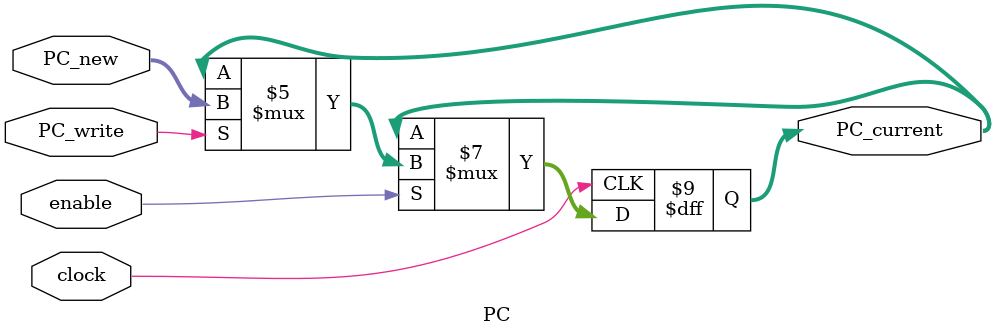
<source format=v>
`timescale 1ps / 1ps
module PC(
					input clock,
					input enable,
					input PC_write,
					input [9:0] PC_new,			//direccion que entra al PC, es la que sale del sumador o que viene desde un jump
					output reg [9:0]PC_current		//direccion que sale del PC, es la que va la Memoria de Instrucciones.
					);

initial PC_current = 0;
//initial PC_new = 0;

always@ (negedge clock)
begin
	if(enable)
		begin
			if(PC_write)
				PC_current<=PC_new;
			else
				PC_current<=PC_current;
		end
	else
		begin
			PC_current<=PC_current;
		end
end

endmodule

</source>
